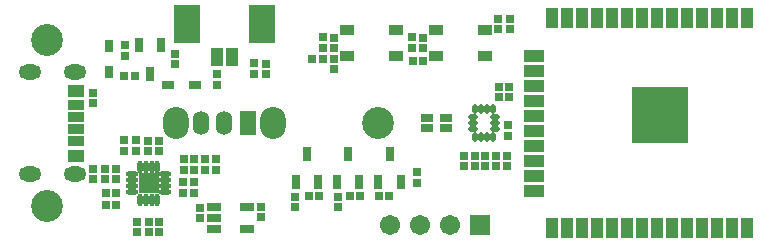
<source format=gts>
G04*
G04 #@! TF.GenerationSoftware,Altium Limited,Altium Designer,21.0.9 (235)*
G04*
G04 Layer_Color=15628782*
%FSTAX24Y24*%
%MOIN*%
G70*
G04*
G04 #@! TF.SameCoordinates,F3794B47-591B-43CD-9A24-B45F9C40A272*
G04*
G04*
G04 #@! TF.FilePolarity,Negative*
G04*
G01*
G75*
%ADD43R,0.0671X0.0671*%
%ADD44O,0.0178X0.0434*%
%ADD45O,0.0434X0.0178*%
%ADD46R,0.0395X0.0297*%
%ADD47R,0.0454X0.0316*%
%ADD48R,0.0552X0.0379*%
%ADD49R,0.0552X0.0395*%
%ADD50R,0.0395X0.0592*%
%ADD51R,0.0907X0.1261*%
G04:AMPARAMS|DCode=52|XSize=32mil|YSize=19.8mil|CornerRadius=7mil|HoleSize=0mil|Usage=FLASHONLY|Rotation=90.000|XOffset=0mil|YOffset=0mil|HoleType=Round|Shape=RoundedRectangle|*
%AMROUNDEDRECTD52*
21,1,0.0320,0.0059,0,0,90.0*
21,1,0.0181,0.0198,0,0,90.0*
1,1,0.0139,0.0030,0.0091*
1,1,0.0139,0.0030,-0.0091*
1,1,0.0139,-0.0030,-0.0091*
1,1,0.0139,-0.0030,0.0091*
%
%ADD52ROUNDEDRECTD52*%
G04:AMPARAMS|DCode=53|XSize=32mil|YSize=19.8mil|CornerRadius=7mil|HoleSize=0mil|Usage=FLASHONLY|Rotation=180.000|XOffset=0mil|YOffset=0mil|HoleType=Round|Shape=RoundedRectangle|*
%AMROUNDEDRECTD53*
21,1,0.0320,0.0059,0,0,180.0*
21,1,0.0181,0.0198,0,0,180.0*
1,1,0.0139,-0.0091,0.0030*
1,1,0.0139,0.0091,0.0030*
1,1,0.0139,0.0091,-0.0030*
1,1,0.0139,-0.0091,-0.0030*
%
%ADD53ROUNDEDRECTD53*%
%ADD54R,0.1852X0.1852*%
%ADD55R,0.0434X0.0671*%
%ADD56R,0.0671X0.0434*%
%ADD57R,0.0257X0.0297*%
%ADD58R,0.0297X0.0257*%
%ADD59R,0.0281X0.0281*%
%ADD60R,0.0281X0.0281*%
%ADD61R,0.0493X0.0336*%
%ADD62R,0.0316X0.0474*%
%ADD63R,0.0257X0.0395*%
%ADD64R,0.0395X0.0257*%
%ADD65O,0.0749X0.0513*%
%ADD66O,0.0552X0.0789*%
%ADD67R,0.0552X0.0789*%
%ADD68O,0.0867X0.1064*%
%ADD69C,0.1064*%
%ADD70C,0.0671*%
D43*
X020315Y019646D02*
D03*
X03137Y018268D02*
D03*
D44*
X02002Y020197D02*
D03*
X020217D02*
D03*
X020413D02*
D03*
X02061D02*
D03*
Y019094D02*
D03*
X020413D02*
D03*
X020217D02*
D03*
X02002D02*
D03*
D45*
X020866Y019941D02*
D03*
Y019744D02*
D03*
Y019547D02*
D03*
Y01935D02*
D03*
X019764D02*
D03*
Y019547D02*
D03*
Y019744D02*
D03*
Y019941D02*
D03*
D46*
X029606Y021831D02*
D03*
Y021476D02*
D03*
X030236D02*
D03*
Y021831D02*
D03*
D47*
X022501Y018874D02*
D03*
Y0185D02*
D03*
Y018126D02*
D03*
X023584D02*
D03*
Y018874D02*
D03*
D48*
X017904Y021055D02*
D03*
Y022252D02*
D03*
Y02185D02*
D03*
Y021457D02*
D03*
D49*
Y020571D02*
D03*
Y022736D02*
D03*
D50*
X022589Y023868D02*
D03*
X023081D02*
D03*
D51*
X021585Y024951D02*
D03*
X024085D02*
D03*
D52*
X031201Y021197D02*
D03*
X031398D02*
D03*
X031594D02*
D03*
X031791D02*
D03*
Y02211D02*
D03*
X031594D02*
D03*
X031398D02*
D03*
X031201D02*
D03*
D53*
X031854Y021457D02*
D03*
Y021654D02*
D03*
Y02185D02*
D03*
X031138D02*
D03*
Y021654D02*
D03*
Y021457D02*
D03*
D54*
X03737Y021921D02*
D03*
D55*
X03376Y025157D02*
D03*
X04026Y018154D02*
D03*
X03976D02*
D03*
X03926D02*
D03*
X03876D02*
D03*
X03826D02*
D03*
X03776D02*
D03*
X03726D02*
D03*
X03676D02*
D03*
X03626D02*
D03*
X03576D02*
D03*
X03526Y018154D02*
D03*
X03476Y018154D02*
D03*
X03426D02*
D03*
X03376D02*
D03*
X03426Y025157D02*
D03*
X03476Y025157D02*
D03*
X03526Y025157D02*
D03*
X03576D02*
D03*
X03626D02*
D03*
X03676D02*
D03*
X03726Y025157D02*
D03*
X03776Y025157D02*
D03*
X03826D02*
D03*
X03876D02*
D03*
X03926D02*
D03*
X03976Y025157D02*
D03*
X04026Y025157D02*
D03*
D56*
X033169Y019406D02*
D03*
Y019906D02*
D03*
Y020406D02*
D03*
Y020906D02*
D03*
Y021406D02*
D03*
Y021906D02*
D03*
Y022406D02*
D03*
Y022906D02*
D03*
Y023406D02*
D03*
Y023906D02*
D03*
D57*
X02798Y019213D02*
D03*
X02832D02*
D03*
X021824Y020079D02*
D03*
X021484D02*
D03*
X018885Y018937D02*
D03*
X019225D02*
D03*
X018885Y019331D02*
D03*
X019225D02*
D03*
X029461Y02374D02*
D03*
X029121D02*
D03*
X025657Y019213D02*
D03*
X025997D02*
D03*
X027375D02*
D03*
X027035D02*
D03*
X021484Y020472D02*
D03*
X021824D02*
D03*
X026115Y02378D02*
D03*
X025775D02*
D03*
D58*
X019921Y018019D02*
D03*
Y018359D02*
D03*
X020315Y018019D02*
D03*
Y018359D02*
D03*
X020669Y018019D02*
D03*
Y018359D02*
D03*
X019882Y021076D02*
D03*
Y020736D02*
D03*
X019488Y021076D02*
D03*
Y020736D02*
D03*
X029449Y024501D02*
D03*
Y024161D02*
D03*
X026496Y023792D02*
D03*
Y023452D02*
D03*
Y024501D02*
D03*
Y024161D02*
D03*
X032244Y020564D02*
D03*
Y020224D02*
D03*
X03189Y020564D02*
D03*
Y020224D02*
D03*
X031535D02*
D03*
Y020564D02*
D03*
X031181Y020224D02*
D03*
Y020564D02*
D03*
X030827Y020224D02*
D03*
Y020564D02*
D03*
X029252Y019673D02*
D03*
Y020013D02*
D03*
X018465Y019791D02*
D03*
Y020131D02*
D03*
X022205Y020446D02*
D03*
Y020106D02*
D03*
X025197Y019186D02*
D03*
Y018846D02*
D03*
X024213Y023295D02*
D03*
Y023635D02*
D03*
X022598Y02294D02*
D03*
Y02328D02*
D03*
X021181Y02361D02*
D03*
Y02395D02*
D03*
X018465Y02231D02*
D03*
Y02265D02*
D03*
X026614Y018846D02*
D03*
Y019186D02*
D03*
D59*
X021476Y019331D02*
D03*
X021831D02*
D03*
X021476Y019685D02*
D03*
X021831D02*
D03*
X02065Y020709D02*
D03*
X020295D02*
D03*
X02065Y021063D02*
D03*
X020295D02*
D03*
X032343Y022874D02*
D03*
X031988D02*
D03*
X032343Y02252D02*
D03*
X031988D02*
D03*
X019508Y023228D02*
D03*
X019862D02*
D03*
D60*
X019213Y019783D02*
D03*
Y020138D02*
D03*
X018858Y019783D02*
D03*
Y020138D02*
D03*
X031969Y025138D02*
D03*
Y024783D02*
D03*
X032362Y025138D02*
D03*
Y024783D02*
D03*
X029094Y024508D02*
D03*
Y024154D02*
D03*
X026142Y024508D02*
D03*
Y024154D02*
D03*
X032283Y021594D02*
D03*
Y02124D02*
D03*
X024066Y01852D02*
D03*
Y018874D02*
D03*
X022559Y020098D02*
D03*
Y020453D02*
D03*
X023819Y023287D02*
D03*
Y023642D02*
D03*
X022019Y01848D02*
D03*
Y018835D02*
D03*
X019513Y023893D02*
D03*
Y024247D02*
D03*
D61*
X029892Y024754D02*
D03*
X031526D02*
D03*
X029892Y023907D02*
D03*
X031526D02*
D03*
X026939Y024754D02*
D03*
X028573D02*
D03*
X026939Y023907D02*
D03*
X028573D02*
D03*
D62*
X028346Y02063D02*
D03*
X02872Y019685D02*
D03*
X027972D02*
D03*
X026594D02*
D03*
X027343D02*
D03*
X026969Y02063D02*
D03*
X025591D02*
D03*
X025965Y019685D02*
D03*
X025217D02*
D03*
X020728Y024252D02*
D03*
X01998D02*
D03*
X020354Y023307D02*
D03*
D63*
X019001Y024237D02*
D03*
Y023351D02*
D03*
D64*
X020974Y022913D02*
D03*
X02186D02*
D03*
D65*
X016348Y023354D02*
D03*
Y019953D02*
D03*
X017844D02*
D03*
Y023354D02*
D03*
D66*
X022047Y021654D02*
D03*
X022835D02*
D03*
D67*
X023622D02*
D03*
D68*
X024449D02*
D03*
X02122D02*
D03*
D69*
X027953D02*
D03*
X016929Y018898D02*
D03*
Y024409D02*
D03*
D70*
X02837Y018268D02*
D03*
X02937D02*
D03*
X03037D02*
D03*
M02*

</source>
